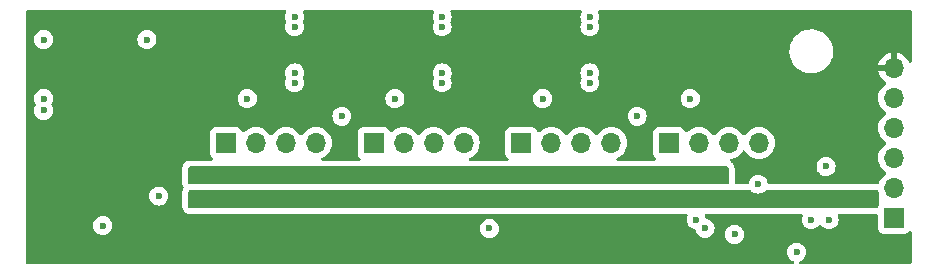
<source format=gbr>
%TF.GenerationSoftware,KiCad,Pcbnew,7.0.11-7.0.11~ubuntu22.04.1*%
%TF.CreationDate,2024-11-05T13:46:25+02:00*%
%TF.ProjectId,USB_Magic_Hub,5553425f-4d61-4676-9963-5f4875622e6b,rev?*%
%TF.SameCoordinates,PXc65d40PYc65d40*%
%TF.FileFunction,Copper,L3,Inr*%
%TF.FilePolarity,Positive*%
%FSLAX46Y46*%
G04 Gerber Fmt 4.6, Leading zero omitted, Abs format (unit mm)*
G04 Created by KiCad (PCBNEW 7.0.11-7.0.11~ubuntu22.04.1) date 2024-11-05 13:46:25*
%MOMM*%
%LPD*%
G01*
G04 APERTURE LIST*
%TA.AperFunction,ComponentPad*%
%ADD10R,1.700000X1.700000*%
%TD*%
%TA.AperFunction,ComponentPad*%
%ADD11O,1.700000X1.700000*%
%TD*%
%TA.AperFunction,ViaPad*%
%ADD12C,0.600000*%
%TD*%
%TA.AperFunction,ViaPad*%
%ADD13C,0.750000*%
%TD*%
G04 APERTURE END LIST*
D10*
%TO.N,/VBUS1*%
%TO.C,J1*%
X54950000Y-11750000D03*
D11*
%TO.N,/D1-*%
X57490000Y-11750000D03*
%TO.N,/D1+*%
X60030000Y-11750000D03*
%TO.N,/GND*%
X62570000Y-11750000D03*
%TD*%
D10*
%TO.N,/VBUS2*%
%TO.C,J2*%
X42450000Y-11750000D03*
D11*
%TO.N,/D2-*%
X44990000Y-11750000D03*
%TO.N,/D2+*%
X47530000Y-11750000D03*
%TO.N,/GND*%
X50070000Y-11750000D03*
%TD*%
D10*
%TO.N,/VBUS3*%
%TO.C,J3*%
X29950000Y-11750000D03*
D11*
%TO.N,/D3-*%
X32490000Y-11750000D03*
%TO.N,/D3+*%
X35030000Y-11750000D03*
%TO.N,/GND*%
X37570000Y-11750000D03*
%TD*%
D10*
%TO.N,/SEL3*%
%TO.C,J4*%
X74000000Y-18100000D03*
D11*
%TO.N,/SEL4*%
X74000000Y-15560000D03*
%TO.N,/~{RESET}*%
X74000000Y-13020000D03*
%TO.N,/GND*%
X74000000Y-10480000D03*
%TO.N,/SEL2*%
X74000000Y-7940000D03*
%TO.N,/VCC_MCU*%
X74000000Y-5400000D03*
%TD*%
D10*
%TO.N,/VBUS4*%
%TO.C,J5*%
X17450000Y-11750000D03*
D11*
%TO.N,/D4-*%
X19990000Y-11750000D03*
%TO.N,/D4+*%
X22530000Y-11750000D03*
%TO.N,/GND*%
X25070000Y-11750000D03*
%TD*%
D12*
%TO.N,/GND*%
X67000000Y-18250000D03*
X2000000Y-9000000D03*
X7000000Y-18750000D03*
X19250000Y-8000000D03*
X68500000Y-18250000D03*
X65750000Y-21000000D03*
X10750000Y-3000000D03*
X56750000Y-8000000D03*
X44250000Y-8000000D03*
X11750000Y-16250000D03*
X31750000Y-8000000D03*
%TO.N,/VCC_MCU*%
X48250000Y-8000000D03*
X70250000Y-21000000D03*
X35750000Y-8000000D03*
X51000000Y-18250000D03*
X23250000Y-8000000D03*
X60750000Y-8000000D03*
X26000000Y-18250000D03*
%TO.N,/SEL2*%
X57250000Y-18250000D03*
X52250000Y-9500000D03*
X68250000Y-13750000D03*
%TO.N,/SEL3*%
X39750000Y-19000000D03*
X58000000Y-19000000D03*
%TO.N,/~{PWR_ENABLE}*%
X71750000Y-16500000D03*
X46250000Y-16500000D03*
X33750000Y-16500000D03*
X15500000Y-16500000D03*
X21250000Y-16500000D03*
X58750000Y-16500000D03*
D13*
%TO.N,Net-(Q1-S)*%
X33750000Y-14750000D03*
X46250000Y-14750000D03*
X21250000Y-14750000D03*
X58750000Y-14750000D03*
X15500000Y-14750000D03*
D12*
%TO.N,Net-(U1-~{XRSTJ})*%
X2000000Y-8000000D03*
X2000000Y-3000000D03*
%TO.N,/SEL4*%
X27250000Y-9500000D03*
X62500000Y-15250000D03*
X60500000Y-19500000D03*
%TO.N,/UFP-*%
X23250000Y-5825000D03*
X35750000Y-5825000D03*
X48250000Y-5825000D03*
X23250000Y-1925000D03*
X48250000Y-1925000D03*
X35750000Y-1925000D03*
%TO.N,/UFP+*%
X48250000Y-6675000D03*
X23250000Y-1075000D03*
X35750000Y-6675000D03*
X48250000Y-1075000D03*
X35750000Y-1075000D03*
X23250000Y-6675000D03*
%TD*%
%TA.AperFunction,Conductor*%
%TO.N,Net-(Q1-S)*%
G36*
X59943039Y-13769685D02*
G01*
X59988794Y-13822489D01*
X60000000Y-13874000D01*
X60000000Y-15126000D01*
X59980315Y-15193039D01*
X59927511Y-15238794D01*
X59876000Y-15250000D01*
X14374000Y-15250000D01*
X14306961Y-15230315D01*
X14261206Y-15177511D01*
X14250000Y-15126000D01*
X14250000Y-13874000D01*
X14269685Y-13806961D01*
X14322489Y-13761206D01*
X14374000Y-13750000D01*
X59876000Y-13750000D01*
X59943039Y-13769685D01*
G37*
%TD.AperFunction*%
%TD*%
%TA.AperFunction,Conductor*%
%TO.N,/VCC_MCU*%
G36*
X22508252Y-520185D02*
G01*
X22554007Y-572989D01*
X22563951Y-642147D01*
X22546206Y-690473D01*
X22524211Y-725475D01*
X22464631Y-895745D01*
X22464630Y-895750D01*
X22444435Y-1074996D01*
X22444435Y-1075003D01*
X22464630Y-1254249D01*
X22464631Y-1254254D01*
X22524212Y-1424525D01*
X22530185Y-1434032D01*
X22549183Y-1501269D01*
X22530185Y-1565968D01*
X22524212Y-1575474D01*
X22464631Y-1745745D01*
X22464630Y-1745750D01*
X22444435Y-1924996D01*
X22444435Y-1925003D01*
X22464630Y-2104249D01*
X22464631Y-2104254D01*
X22524211Y-2274523D01*
X22584319Y-2370184D01*
X22620184Y-2427262D01*
X22747738Y-2554816D01*
X22838080Y-2611582D01*
X22899979Y-2650476D01*
X22900478Y-2650789D01*
X23070745Y-2710368D01*
X23070750Y-2710369D01*
X23249996Y-2730565D01*
X23250000Y-2730565D01*
X23250004Y-2730565D01*
X23429249Y-2710369D01*
X23429252Y-2710368D01*
X23429255Y-2710368D01*
X23599522Y-2650789D01*
X23752262Y-2554816D01*
X23879816Y-2427262D01*
X23975789Y-2274522D01*
X24035368Y-2104255D01*
X24055565Y-1925000D01*
X24035368Y-1745745D01*
X24035367Y-1745743D01*
X24035366Y-1745737D01*
X23975789Y-1575479D01*
X23975789Y-1575478D01*
X23969815Y-1565971D01*
X23950815Y-1498737D01*
X23969816Y-1434027D01*
X23975789Y-1424522D01*
X24035368Y-1254255D01*
X24055565Y-1075000D01*
X24035368Y-895745D01*
X23975789Y-725478D01*
X23975788Y-725475D01*
X23953794Y-690473D01*
X23934793Y-623236D01*
X23955160Y-556401D01*
X24008428Y-511187D01*
X24058787Y-500500D01*
X34941213Y-500500D01*
X35008252Y-520185D01*
X35054007Y-572989D01*
X35063951Y-642147D01*
X35046206Y-690473D01*
X35024211Y-725475D01*
X34964631Y-895745D01*
X34964630Y-895750D01*
X34944435Y-1074996D01*
X34944435Y-1075003D01*
X34964630Y-1254249D01*
X34964631Y-1254254D01*
X35024212Y-1424525D01*
X35030185Y-1434032D01*
X35049183Y-1501269D01*
X35030185Y-1565968D01*
X35024212Y-1575474D01*
X34964631Y-1745745D01*
X34964630Y-1745750D01*
X34944435Y-1924996D01*
X34944435Y-1925003D01*
X34964630Y-2104249D01*
X34964631Y-2104254D01*
X35024211Y-2274523D01*
X35084319Y-2370184D01*
X35120184Y-2427262D01*
X35247738Y-2554816D01*
X35338080Y-2611582D01*
X35399979Y-2650476D01*
X35400478Y-2650789D01*
X35570745Y-2710368D01*
X35570750Y-2710369D01*
X35749996Y-2730565D01*
X35750000Y-2730565D01*
X35750004Y-2730565D01*
X35929249Y-2710369D01*
X35929252Y-2710368D01*
X35929255Y-2710368D01*
X36099522Y-2650789D01*
X36252262Y-2554816D01*
X36379816Y-2427262D01*
X36475789Y-2274522D01*
X36535368Y-2104255D01*
X36555565Y-1925000D01*
X36535368Y-1745745D01*
X36535367Y-1745743D01*
X36535366Y-1745737D01*
X36475789Y-1575479D01*
X36475789Y-1575478D01*
X36469815Y-1565971D01*
X36450815Y-1498737D01*
X36469816Y-1434027D01*
X36475789Y-1424522D01*
X36535368Y-1254255D01*
X36555565Y-1075000D01*
X36535368Y-895745D01*
X36475789Y-725478D01*
X36475788Y-725475D01*
X36453794Y-690473D01*
X36434793Y-623236D01*
X36455160Y-556401D01*
X36508428Y-511187D01*
X36558787Y-500500D01*
X47441213Y-500500D01*
X47508252Y-520185D01*
X47554007Y-572989D01*
X47563951Y-642147D01*
X47546206Y-690473D01*
X47524211Y-725475D01*
X47464631Y-895745D01*
X47464630Y-895750D01*
X47444435Y-1074996D01*
X47444435Y-1075003D01*
X47464630Y-1254249D01*
X47464631Y-1254254D01*
X47524212Y-1424525D01*
X47530185Y-1434032D01*
X47549183Y-1501269D01*
X47530185Y-1565968D01*
X47524212Y-1575474D01*
X47464631Y-1745745D01*
X47464630Y-1745750D01*
X47444435Y-1924996D01*
X47444435Y-1925003D01*
X47464630Y-2104249D01*
X47464631Y-2104254D01*
X47524211Y-2274523D01*
X47584319Y-2370184D01*
X47620184Y-2427262D01*
X47747738Y-2554816D01*
X47838080Y-2611582D01*
X47899979Y-2650476D01*
X47900478Y-2650789D01*
X48070745Y-2710368D01*
X48070750Y-2710369D01*
X48249996Y-2730565D01*
X48250000Y-2730565D01*
X48250004Y-2730565D01*
X48429249Y-2710369D01*
X48429252Y-2710368D01*
X48429255Y-2710368D01*
X48599522Y-2650789D01*
X48752262Y-2554816D01*
X48879816Y-2427262D01*
X48975789Y-2274522D01*
X49035368Y-2104255D01*
X49055565Y-1925000D01*
X49035368Y-1745745D01*
X49035367Y-1745743D01*
X49035366Y-1745737D01*
X48975789Y-1575479D01*
X48975789Y-1575478D01*
X48969815Y-1565971D01*
X48950815Y-1498737D01*
X48969816Y-1434027D01*
X48975789Y-1424522D01*
X49035368Y-1254255D01*
X49055565Y-1075000D01*
X49035368Y-895745D01*
X48975789Y-725478D01*
X48975788Y-725475D01*
X48953794Y-690473D01*
X48934793Y-623236D01*
X48955160Y-556401D01*
X49008428Y-511187D01*
X49058787Y-500500D01*
X75375500Y-500500D01*
X75442539Y-520185D01*
X75488294Y-572989D01*
X75499500Y-624500D01*
X75499500Y-4861988D01*
X75479815Y-4929027D01*
X75427011Y-4974782D01*
X75357853Y-4984726D01*
X75294297Y-4955701D01*
X75263118Y-4914393D01*
X75173600Y-4722422D01*
X75173599Y-4722420D01*
X75038113Y-4528926D01*
X75038108Y-4528920D01*
X74871082Y-4361894D01*
X74677578Y-4226399D01*
X74463492Y-4126570D01*
X74463486Y-4126567D01*
X74250000Y-4069364D01*
X74250000Y-4964498D01*
X74142315Y-4915320D01*
X74035763Y-4900000D01*
X73964237Y-4900000D01*
X73857685Y-4915320D01*
X73750000Y-4964498D01*
X73750000Y-4069364D01*
X73749999Y-4069364D01*
X73536513Y-4126567D01*
X73536507Y-4126570D01*
X73322422Y-4226399D01*
X73322420Y-4226400D01*
X73128926Y-4361886D01*
X73128920Y-4361891D01*
X72961891Y-4528920D01*
X72961886Y-4528926D01*
X72826400Y-4722420D01*
X72826399Y-4722422D01*
X72726570Y-4936507D01*
X72726567Y-4936513D01*
X72669364Y-5149999D01*
X72669364Y-5150000D01*
X73566314Y-5150000D01*
X73540507Y-5190156D01*
X73500000Y-5328111D01*
X73500000Y-5471889D01*
X73540507Y-5609844D01*
X73566314Y-5650000D01*
X72669364Y-5650000D01*
X72726567Y-5863486D01*
X72726570Y-5863492D01*
X72826399Y-6077578D01*
X72961894Y-6271082D01*
X73128917Y-6438105D01*
X73314595Y-6568119D01*
X73358219Y-6622696D01*
X73365412Y-6692195D01*
X73333890Y-6754549D01*
X73314595Y-6771269D01*
X73128594Y-6901508D01*
X72961505Y-7068597D01*
X72825965Y-7262169D01*
X72825964Y-7262171D01*
X72726098Y-7476335D01*
X72726094Y-7476344D01*
X72664938Y-7704586D01*
X72664936Y-7704596D01*
X72644341Y-7939999D01*
X72644341Y-7940000D01*
X72664936Y-8175403D01*
X72664938Y-8175413D01*
X72726094Y-8403655D01*
X72726096Y-8403659D01*
X72726097Y-8403663D01*
X72771020Y-8500000D01*
X72825965Y-8617830D01*
X72825967Y-8617834D01*
X72901558Y-8725788D01*
X72943276Y-8785368D01*
X72961501Y-8811395D01*
X72961506Y-8811402D01*
X73128597Y-8978493D01*
X73128603Y-8978498D01*
X73314158Y-9108425D01*
X73357783Y-9163002D01*
X73364977Y-9232500D01*
X73333454Y-9294855D01*
X73314158Y-9311575D01*
X73128597Y-9441505D01*
X72961505Y-9608597D01*
X72825965Y-9802169D01*
X72825964Y-9802171D01*
X72726098Y-10016335D01*
X72726094Y-10016344D01*
X72664938Y-10244586D01*
X72664936Y-10244596D01*
X72644341Y-10479999D01*
X72644341Y-10480000D01*
X72664936Y-10715403D01*
X72664938Y-10715413D01*
X72726094Y-10943655D01*
X72726096Y-10943659D01*
X72726097Y-10943663D01*
X72791283Y-11083454D01*
X72825965Y-11157830D01*
X72825967Y-11157834D01*
X72961501Y-11351395D01*
X72961506Y-11351402D01*
X73128597Y-11518493D01*
X73128603Y-11518498D01*
X73314158Y-11648425D01*
X73357783Y-11703002D01*
X73364977Y-11772500D01*
X73333454Y-11834855D01*
X73314158Y-11851575D01*
X73128597Y-11981505D01*
X72961505Y-12148597D01*
X72825965Y-12342169D01*
X72825964Y-12342171D01*
X72726098Y-12556335D01*
X72726094Y-12556344D01*
X72664938Y-12784586D01*
X72664936Y-12784596D01*
X72644341Y-13019999D01*
X72644341Y-13020000D01*
X72664936Y-13255403D01*
X72664938Y-13255413D01*
X72726094Y-13483655D01*
X72726096Y-13483659D01*
X72726097Y-13483663D01*
X72786173Y-13612496D01*
X72825965Y-13697830D01*
X72825967Y-13697834D01*
X72961501Y-13891395D01*
X72961506Y-13891402D01*
X73128597Y-14058493D01*
X73128603Y-14058498D01*
X73314158Y-14188425D01*
X73357783Y-14243002D01*
X73364977Y-14312500D01*
X73333454Y-14374855D01*
X73314158Y-14391575D01*
X73128597Y-14521505D01*
X72961505Y-14688597D01*
X72825965Y-14882169D01*
X72825964Y-14882171D01*
X72726098Y-15096335D01*
X72726096Y-15096339D01*
X72710104Y-15156022D01*
X72673738Y-15215682D01*
X72610891Y-15246210D01*
X72572687Y-15246666D01*
X72569418Y-15246196D01*
X72557621Y-15244500D01*
X72557618Y-15244500D01*
X63415759Y-15244500D01*
X63348720Y-15224815D01*
X63302965Y-15172011D01*
X63292539Y-15134384D01*
X63285369Y-15070749D01*
X63285368Y-15070745D01*
X63225789Y-14900478D01*
X63129816Y-14747738D01*
X63002262Y-14620184D01*
X62899422Y-14555565D01*
X62849523Y-14524211D01*
X62679254Y-14464631D01*
X62679249Y-14464630D01*
X62500004Y-14444435D01*
X62499996Y-14444435D01*
X62320750Y-14464630D01*
X62320745Y-14464631D01*
X62150476Y-14524211D01*
X61997737Y-14620184D01*
X61870184Y-14747737D01*
X61774211Y-14900476D01*
X61714631Y-15070745D01*
X61714630Y-15070749D01*
X61707461Y-15134384D01*
X61680394Y-15198798D01*
X61622800Y-15238353D01*
X61584241Y-15244500D01*
X60629500Y-15244500D01*
X60562461Y-15224815D01*
X60516706Y-15172011D01*
X60505500Y-15120500D01*
X60505500Y-13874010D01*
X60505500Y-13874000D01*
X60493947Y-13766544D01*
X60490349Y-13750003D01*
X67444435Y-13750003D01*
X67464630Y-13929249D01*
X67464631Y-13929254D01*
X67524211Y-14099523D01*
X67590578Y-14205145D01*
X67620184Y-14252262D01*
X67747738Y-14379816D01*
X67838080Y-14436582D01*
X67882721Y-14464632D01*
X67900478Y-14475789D01*
X68031127Y-14521505D01*
X68070745Y-14535368D01*
X68070750Y-14535369D01*
X68249996Y-14555565D01*
X68250000Y-14555565D01*
X68250004Y-14555565D01*
X68429249Y-14535369D01*
X68429252Y-14535368D01*
X68429255Y-14535368D01*
X68599522Y-14475789D01*
X68752262Y-14379816D01*
X68879816Y-14252262D01*
X68975789Y-14099522D01*
X69035368Y-13929255D01*
X69041595Y-13873990D01*
X69055565Y-13750003D01*
X69055565Y-13749996D01*
X69035369Y-13570750D01*
X69035368Y-13570745D01*
X69013616Y-13508581D01*
X68975789Y-13400478D01*
X68962403Y-13379175D01*
X68885041Y-13256054D01*
X68879816Y-13247738D01*
X68752262Y-13120184D01*
X68720934Y-13100499D01*
X68599523Y-13024211D01*
X68429254Y-12964631D01*
X68429249Y-12964630D01*
X68250004Y-12944435D01*
X68249996Y-12944435D01*
X68070750Y-12964630D01*
X68070745Y-12964631D01*
X67900476Y-13024211D01*
X67747737Y-13120184D01*
X67620184Y-13247737D01*
X67524211Y-13400476D01*
X67464631Y-13570745D01*
X67464630Y-13570750D01*
X67444435Y-13749996D01*
X67444435Y-13750003D01*
X60490349Y-13750003D01*
X60482741Y-13715033D01*
X60477015Y-13697830D01*
X60448616Y-13612502D01*
X60448613Y-13612496D01*
X60381830Y-13508581D01*
X60370825Y-13491457D01*
X60370820Y-13491451D01*
X60325076Y-13438659D01*
X60325072Y-13438656D01*
X60325070Y-13438653D01*
X60216336Y-13344433D01*
X60216333Y-13344431D01*
X60216330Y-13344429D01*
X60175327Y-13325703D01*
X60122524Y-13279947D01*
X60102841Y-13212907D01*
X60122527Y-13145868D01*
X60175332Y-13100115D01*
X60216031Y-13089383D01*
X60265408Y-13085063D01*
X60493663Y-13023903D01*
X60707830Y-12924035D01*
X60901401Y-12788495D01*
X61068495Y-12621401D01*
X61198425Y-12435842D01*
X61253002Y-12392217D01*
X61322500Y-12385023D01*
X61384855Y-12416546D01*
X61401575Y-12435842D01*
X61531500Y-12621395D01*
X61531505Y-12621401D01*
X61698599Y-12788495D01*
X61795384Y-12856265D01*
X61892165Y-12924032D01*
X61892167Y-12924033D01*
X61892170Y-12924035D01*
X62106337Y-13023903D01*
X62334592Y-13085063D01*
X62511034Y-13100500D01*
X62569999Y-13105659D01*
X62570000Y-13105659D01*
X62570001Y-13105659D01*
X62628966Y-13100500D01*
X62805408Y-13085063D01*
X63033663Y-13023903D01*
X63247830Y-12924035D01*
X63441401Y-12788495D01*
X63608495Y-12621401D01*
X63744035Y-12427830D01*
X63843903Y-12213663D01*
X63905063Y-11985408D01*
X63925659Y-11750000D01*
X63923690Y-11727500D01*
X63916772Y-11648425D01*
X63905063Y-11514592D01*
X63843903Y-11286337D01*
X63744035Y-11072171D01*
X63738425Y-11064158D01*
X63608494Y-10878597D01*
X63441402Y-10711506D01*
X63441395Y-10711501D01*
X63247834Y-10575967D01*
X63247830Y-10575965D01*
X63247828Y-10575964D01*
X63033663Y-10476097D01*
X63033659Y-10476096D01*
X63033655Y-10476094D01*
X62805413Y-10414938D01*
X62805403Y-10414936D01*
X62570001Y-10394341D01*
X62569999Y-10394341D01*
X62334596Y-10414936D01*
X62334586Y-10414938D01*
X62106344Y-10476094D01*
X62106335Y-10476098D01*
X61892171Y-10575964D01*
X61892169Y-10575965D01*
X61698597Y-10711505D01*
X61531505Y-10878597D01*
X61401575Y-11064158D01*
X61346998Y-11107783D01*
X61277500Y-11114977D01*
X61215145Y-11083454D01*
X61198425Y-11064158D01*
X61068494Y-10878597D01*
X60901402Y-10711506D01*
X60901395Y-10711501D01*
X60707834Y-10575967D01*
X60707830Y-10575965D01*
X60707828Y-10575964D01*
X60493663Y-10476097D01*
X60493659Y-10476096D01*
X60493655Y-10476094D01*
X60265413Y-10414938D01*
X60265403Y-10414936D01*
X60030001Y-10394341D01*
X60029999Y-10394341D01*
X59794596Y-10414936D01*
X59794586Y-10414938D01*
X59566344Y-10476094D01*
X59566335Y-10476098D01*
X59352171Y-10575964D01*
X59352169Y-10575965D01*
X59158597Y-10711505D01*
X58991505Y-10878597D01*
X58861575Y-11064158D01*
X58806998Y-11107783D01*
X58737500Y-11114977D01*
X58675145Y-11083454D01*
X58658425Y-11064158D01*
X58528494Y-10878597D01*
X58361402Y-10711506D01*
X58361395Y-10711501D01*
X58167834Y-10575967D01*
X58167830Y-10575965D01*
X58167828Y-10575964D01*
X57953663Y-10476097D01*
X57953659Y-10476096D01*
X57953655Y-10476094D01*
X57725413Y-10414938D01*
X57725403Y-10414936D01*
X57490001Y-10394341D01*
X57489999Y-10394341D01*
X57254596Y-10414936D01*
X57254586Y-10414938D01*
X57026344Y-10476094D01*
X57026335Y-10476098D01*
X56812171Y-10575964D01*
X56812169Y-10575965D01*
X56618600Y-10711503D01*
X56496673Y-10833430D01*
X56435350Y-10866914D01*
X56365658Y-10861930D01*
X56309725Y-10820058D01*
X56292810Y-10789081D01*
X56243797Y-10657671D01*
X56243793Y-10657664D01*
X56157547Y-10542455D01*
X56157544Y-10542452D01*
X56042335Y-10456206D01*
X56042328Y-10456202D01*
X55907482Y-10405908D01*
X55907483Y-10405908D01*
X55847883Y-10399501D01*
X55847881Y-10399500D01*
X55847873Y-10399500D01*
X55847864Y-10399500D01*
X54052129Y-10399500D01*
X54052123Y-10399501D01*
X53992516Y-10405908D01*
X53857671Y-10456202D01*
X53857664Y-10456206D01*
X53742455Y-10542452D01*
X53742452Y-10542455D01*
X53656206Y-10657664D01*
X53656202Y-10657671D01*
X53605908Y-10792517D01*
X53599501Y-10852116D01*
X53599500Y-10852135D01*
X53599500Y-12647870D01*
X53599501Y-12647876D01*
X53605908Y-12707483D01*
X53656202Y-12842328D01*
X53656206Y-12842335D01*
X53742452Y-12957544D01*
X53742455Y-12957547D01*
X53827529Y-13021234D01*
X53869400Y-13077168D01*
X53874384Y-13146859D01*
X53840898Y-13208182D01*
X53779575Y-13241666D01*
X53753218Y-13244500D01*
X50619919Y-13244500D01*
X50552880Y-13224815D01*
X50507125Y-13172011D01*
X50497181Y-13102853D01*
X50526206Y-13039297D01*
X50567514Y-13008118D01*
X50572087Y-13005985D01*
X50747830Y-12924035D01*
X50941401Y-12788495D01*
X51108495Y-12621401D01*
X51244035Y-12427830D01*
X51343903Y-12213663D01*
X51405063Y-11985408D01*
X51425659Y-11750000D01*
X51423690Y-11727500D01*
X51416772Y-11648425D01*
X51405063Y-11514592D01*
X51343903Y-11286337D01*
X51244035Y-11072171D01*
X51238425Y-11064158D01*
X51108494Y-10878597D01*
X50941402Y-10711506D01*
X50941395Y-10711501D01*
X50747834Y-10575967D01*
X50747830Y-10575965D01*
X50747828Y-10575964D01*
X50533663Y-10476097D01*
X50533659Y-10476096D01*
X50533655Y-10476094D01*
X50305413Y-10414938D01*
X50305403Y-10414936D01*
X50070001Y-10394341D01*
X50069999Y-10394341D01*
X49834596Y-10414936D01*
X49834586Y-10414938D01*
X49606344Y-10476094D01*
X49606335Y-10476098D01*
X49392171Y-10575964D01*
X49392169Y-10575965D01*
X49198597Y-10711505D01*
X49031505Y-10878597D01*
X48901575Y-11064158D01*
X48846998Y-11107783D01*
X48777500Y-11114977D01*
X48715145Y-11083454D01*
X48698425Y-11064158D01*
X48568494Y-10878597D01*
X48401402Y-10711506D01*
X48401395Y-10711501D01*
X48207834Y-10575967D01*
X48207830Y-10575965D01*
X48207828Y-10575964D01*
X47993663Y-10476097D01*
X47993659Y-10476096D01*
X47993655Y-10476094D01*
X47765413Y-10414938D01*
X47765403Y-10414936D01*
X47530001Y-10394341D01*
X47529999Y-10394341D01*
X47294596Y-10414936D01*
X47294586Y-10414938D01*
X47066344Y-10476094D01*
X47066335Y-10476098D01*
X46852171Y-10575964D01*
X46852169Y-10575965D01*
X46658597Y-10711505D01*
X46491505Y-10878597D01*
X46361575Y-11064158D01*
X46306998Y-11107783D01*
X46237500Y-11114977D01*
X46175145Y-11083454D01*
X46158425Y-11064158D01*
X46028494Y-10878597D01*
X45861402Y-10711506D01*
X45861395Y-10711501D01*
X45667834Y-10575967D01*
X45667830Y-10575965D01*
X45667828Y-10575964D01*
X45453663Y-10476097D01*
X45453659Y-10476096D01*
X45453655Y-10476094D01*
X45225413Y-10414938D01*
X45225403Y-10414936D01*
X44990001Y-10394341D01*
X44989999Y-10394341D01*
X44754596Y-10414936D01*
X44754586Y-10414938D01*
X44526344Y-10476094D01*
X44526335Y-10476098D01*
X44312171Y-10575964D01*
X44312169Y-10575965D01*
X44118600Y-10711503D01*
X43996673Y-10833430D01*
X43935350Y-10866914D01*
X43865658Y-10861930D01*
X43809725Y-10820058D01*
X43792810Y-10789081D01*
X43743797Y-10657671D01*
X43743793Y-10657664D01*
X43657547Y-10542455D01*
X43657544Y-10542452D01*
X43542335Y-10456206D01*
X43542328Y-10456202D01*
X43407482Y-10405908D01*
X43407483Y-10405908D01*
X43347883Y-10399501D01*
X43347881Y-10399500D01*
X43347873Y-10399500D01*
X43347864Y-10399500D01*
X41552129Y-10399500D01*
X41552123Y-10399501D01*
X41492516Y-10405908D01*
X41357671Y-10456202D01*
X41357664Y-10456206D01*
X41242455Y-10542452D01*
X41242452Y-10542455D01*
X41156206Y-10657664D01*
X41156202Y-10657671D01*
X41105908Y-10792517D01*
X41099501Y-10852116D01*
X41099500Y-10852135D01*
X41099500Y-12647870D01*
X41099501Y-12647876D01*
X41105908Y-12707483D01*
X41156202Y-12842328D01*
X41156206Y-12842335D01*
X41242452Y-12957544D01*
X41242455Y-12957547D01*
X41327529Y-13021234D01*
X41369400Y-13077168D01*
X41374384Y-13146859D01*
X41340898Y-13208182D01*
X41279575Y-13241666D01*
X41253218Y-13244500D01*
X38119919Y-13244500D01*
X38052880Y-13224815D01*
X38007125Y-13172011D01*
X37997181Y-13102853D01*
X38026206Y-13039297D01*
X38067514Y-13008118D01*
X38072087Y-13005985D01*
X38247830Y-12924035D01*
X38441401Y-12788495D01*
X38608495Y-12621401D01*
X38744035Y-12427830D01*
X38843903Y-12213663D01*
X38905063Y-11985408D01*
X38925659Y-11750000D01*
X38923690Y-11727500D01*
X38916772Y-11648425D01*
X38905063Y-11514592D01*
X38843903Y-11286337D01*
X38744035Y-11072171D01*
X38738425Y-11064158D01*
X38608494Y-10878597D01*
X38441402Y-10711506D01*
X38441395Y-10711501D01*
X38247834Y-10575967D01*
X38247830Y-10575965D01*
X38247828Y-10575964D01*
X38033663Y-10476097D01*
X38033659Y-10476096D01*
X38033655Y-10476094D01*
X37805413Y-10414938D01*
X37805403Y-10414936D01*
X37570001Y-10394341D01*
X37569999Y-10394341D01*
X37334596Y-10414936D01*
X37334586Y-10414938D01*
X37106344Y-10476094D01*
X37106335Y-10476098D01*
X36892171Y-10575964D01*
X36892169Y-10575965D01*
X36698597Y-10711505D01*
X36531505Y-10878597D01*
X36401575Y-11064158D01*
X36346998Y-11107783D01*
X36277500Y-11114977D01*
X36215145Y-11083454D01*
X36198425Y-11064158D01*
X36068494Y-10878597D01*
X35901402Y-10711506D01*
X35901395Y-10711501D01*
X35707834Y-10575967D01*
X35707830Y-10575965D01*
X35707828Y-10575964D01*
X35493663Y-10476097D01*
X35493659Y-10476096D01*
X35493655Y-10476094D01*
X35265413Y-10414938D01*
X35265403Y-10414936D01*
X35030001Y-10394341D01*
X35029999Y-10394341D01*
X34794596Y-10414936D01*
X34794586Y-10414938D01*
X34566344Y-10476094D01*
X34566335Y-10476098D01*
X34352171Y-10575964D01*
X34352169Y-10575965D01*
X34158597Y-10711505D01*
X33991505Y-10878597D01*
X33861575Y-11064158D01*
X33806998Y-11107783D01*
X33737500Y-11114977D01*
X33675145Y-11083454D01*
X33658425Y-11064158D01*
X33528494Y-10878597D01*
X33361402Y-10711506D01*
X33361395Y-10711501D01*
X33167834Y-10575967D01*
X33167830Y-10575965D01*
X33167828Y-10575964D01*
X32953663Y-10476097D01*
X32953659Y-10476096D01*
X32953655Y-10476094D01*
X32725413Y-10414938D01*
X32725403Y-10414936D01*
X32490001Y-10394341D01*
X32489999Y-10394341D01*
X32254596Y-10414936D01*
X32254586Y-10414938D01*
X32026344Y-10476094D01*
X32026335Y-10476098D01*
X31812171Y-10575964D01*
X31812169Y-10575965D01*
X31618600Y-10711503D01*
X31496673Y-10833430D01*
X31435350Y-10866914D01*
X31365658Y-10861930D01*
X31309725Y-10820058D01*
X31292810Y-10789081D01*
X31243797Y-10657671D01*
X31243793Y-10657664D01*
X31157547Y-10542455D01*
X31157544Y-10542452D01*
X31042335Y-10456206D01*
X31042328Y-10456202D01*
X30907482Y-10405908D01*
X30907483Y-10405908D01*
X30847883Y-10399501D01*
X30847881Y-10399500D01*
X30847873Y-10399500D01*
X30847864Y-10399500D01*
X29052129Y-10399500D01*
X29052123Y-10399501D01*
X28992516Y-10405908D01*
X28857671Y-10456202D01*
X28857664Y-10456206D01*
X28742455Y-10542452D01*
X28742452Y-10542455D01*
X28656206Y-10657664D01*
X28656202Y-10657671D01*
X28605908Y-10792517D01*
X28599501Y-10852116D01*
X28599500Y-10852135D01*
X28599500Y-12647870D01*
X28599501Y-12647876D01*
X28605908Y-12707483D01*
X28656202Y-12842328D01*
X28656206Y-12842335D01*
X28742452Y-12957544D01*
X28742455Y-12957547D01*
X28827529Y-13021234D01*
X28869400Y-13077168D01*
X28874384Y-13146859D01*
X28840898Y-13208182D01*
X28779575Y-13241666D01*
X28753218Y-13244500D01*
X25619919Y-13244500D01*
X25552880Y-13224815D01*
X25507125Y-13172011D01*
X25497181Y-13102853D01*
X25526206Y-13039297D01*
X25567514Y-13008118D01*
X25572087Y-13005985D01*
X25747830Y-12924035D01*
X25941401Y-12788495D01*
X26108495Y-12621401D01*
X26244035Y-12427830D01*
X26343903Y-12213663D01*
X26405063Y-11985408D01*
X26425659Y-11750000D01*
X26423690Y-11727500D01*
X26416772Y-11648425D01*
X26405063Y-11514592D01*
X26343903Y-11286337D01*
X26244035Y-11072171D01*
X26238425Y-11064158D01*
X26108494Y-10878597D01*
X25941402Y-10711506D01*
X25941395Y-10711501D01*
X25747834Y-10575967D01*
X25747830Y-10575965D01*
X25747828Y-10575964D01*
X25533663Y-10476097D01*
X25533659Y-10476096D01*
X25533655Y-10476094D01*
X25305413Y-10414938D01*
X25305403Y-10414936D01*
X25070001Y-10394341D01*
X25069999Y-10394341D01*
X24834596Y-10414936D01*
X24834586Y-10414938D01*
X24606344Y-10476094D01*
X24606335Y-10476098D01*
X24392171Y-10575964D01*
X24392169Y-10575965D01*
X24198597Y-10711505D01*
X24031505Y-10878597D01*
X23901575Y-11064158D01*
X23846998Y-11107783D01*
X23777500Y-11114977D01*
X23715145Y-11083454D01*
X23698425Y-11064158D01*
X23568494Y-10878597D01*
X23401402Y-10711506D01*
X23401395Y-10711501D01*
X23207834Y-10575967D01*
X23207830Y-10575965D01*
X23207828Y-10575964D01*
X22993663Y-10476097D01*
X22993659Y-10476096D01*
X22993655Y-10476094D01*
X22765413Y-10414938D01*
X22765403Y-10414936D01*
X22530001Y-10394341D01*
X22529999Y-10394341D01*
X22294596Y-10414936D01*
X22294586Y-10414938D01*
X22066344Y-10476094D01*
X22066335Y-10476098D01*
X21852171Y-10575964D01*
X21852169Y-10575965D01*
X21658597Y-10711505D01*
X21491505Y-10878597D01*
X21361575Y-11064158D01*
X21306998Y-11107783D01*
X21237500Y-11114977D01*
X21175145Y-11083454D01*
X21158425Y-11064158D01*
X21028494Y-10878597D01*
X20861402Y-10711506D01*
X20861395Y-10711501D01*
X20667834Y-10575967D01*
X20667830Y-10575965D01*
X20667828Y-10575964D01*
X20453663Y-10476097D01*
X20453659Y-10476096D01*
X20453655Y-10476094D01*
X20225413Y-10414938D01*
X20225403Y-10414936D01*
X19990001Y-10394341D01*
X19989999Y-10394341D01*
X19754596Y-10414936D01*
X19754586Y-10414938D01*
X19526344Y-10476094D01*
X19526335Y-10476098D01*
X19312171Y-10575964D01*
X19312169Y-10575965D01*
X19118600Y-10711503D01*
X18996673Y-10833430D01*
X18935350Y-10866914D01*
X18865658Y-10861930D01*
X18809725Y-10820058D01*
X18792810Y-10789081D01*
X18743797Y-10657671D01*
X18743793Y-10657664D01*
X18657547Y-10542455D01*
X18657544Y-10542452D01*
X18542335Y-10456206D01*
X18542328Y-10456202D01*
X18407482Y-10405908D01*
X18407483Y-10405908D01*
X18347883Y-10399501D01*
X18347881Y-10399500D01*
X18347873Y-10399500D01*
X18347864Y-10399500D01*
X16552129Y-10399500D01*
X16552123Y-10399501D01*
X16492516Y-10405908D01*
X16357671Y-10456202D01*
X16357664Y-10456206D01*
X16242455Y-10542452D01*
X16242452Y-10542455D01*
X16156206Y-10657664D01*
X16156202Y-10657671D01*
X16105908Y-10792517D01*
X16099501Y-10852116D01*
X16099500Y-10852135D01*
X16099500Y-12647870D01*
X16099501Y-12647876D01*
X16105908Y-12707483D01*
X16156202Y-12842328D01*
X16156206Y-12842335D01*
X16242452Y-12957544D01*
X16242455Y-12957547D01*
X16327529Y-13021234D01*
X16369400Y-13077168D01*
X16374384Y-13146859D01*
X16340898Y-13208182D01*
X16279575Y-13241666D01*
X16253218Y-13244500D01*
X14374000Y-13244500D01*
X14373991Y-13244500D01*
X14373990Y-13244501D01*
X14266549Y-13256052D01*
X14266537Y-13256054D01*
X14215027Y-13267260D01*
X14112502Y-13301383D01*
X14112496Y-13301386D01*
X13991462Y-13379171D01*
X13991451Y-13379179D01*
X13938659Y-13424923D01*
X13844433Y-13533664D01*
X13844430Y-13533668D01*
X13784664Y-13664534D01*
X13764976Y-13731582D01*
X13759949Y-13766549D01*
X13744500Y-13874000D01*
X13744500Y-15126000D01*
X13744501Y-15126009D01*
X13756052Y-15233450D01*
X13756054Y-15233462D01*
X13767260Y-15284972D01*
X13801383Y-15387497D01*
X13801386Y-15387503D01*
X13828964Y-15430414D01*
X13848649Y-15497453D01*
X13837443Y-15548966D01*
X13784664Y-15664534D01*
X13764976Y-15731582D01*
X13762653Y-15747738D01*
X13744500Y-15874000D01*
X13744500Y-17126000D01*
X13744501Y-17126009D01*
X13756052Y-17233450D01*
X13756054Y-17233462D01*
X13767260Y-17284972D01*
X13801383Y-17387497D01*
X13801386Y-17387503D01*
X13879171Y-17508537D01*
X13879179Y-17508548D01*
X13924923Y-17561340D01*
X13924926Y-17561343D01*
X13924930Y-17561347D01*
X14033664Y-17655567D01*
X14164541Y-17715338D01*
X14231580Y-17735023D01*
X14231584Y-17735024D01*
X14374000Y-17755500D01*
X56400179Y-17755500D01*
X56467218Y-17775185D01*
X56512973Y-17827989D01*
X56522917Y-17897147D01*
X56517220Y-17920455D01*
X56464633Y-18070737D01*
X56464630Y-18070750D01*
X56444435Y-18249996D01*
X56444435Y-18250003D01*
X56464630Y-18429249D01*
X56464631Y-18429254D01*
X56524211Y-18599523D01*
X56596538Y-18714630D01*
X56620184Y-18752262D01*
X56747738Y-18879816D01*
X56900478Y-18975789D01*
X57070745Y-19035368D01*
X57101795Y-19038866D01*
X57166207Y-19065930D01*
X57205763Y-19123524D01*
X57211132Y-19148201D01*
X57214630Y-19179249D01*
X57214631Y-19179254D01*
X57214632Y-19179255D01*
X57219209Y-19192335D01*
X57274210Y-19349521D01*
X57293245Y-19379815D01*
X57370184Y-19502262D01*
X57497738Y-19629816D01*
X57650478Y-19725789D01*
X57820745Y-19785368D01*
X57820750Y-19785369D01*
X57999996Y-19805565D01*
X58000000Y-19805565D01*
X58000004Y-19805565D01*
X58179249Y-19785369D01*
X58179252Y-19785368D01*
X58179255Y-19785368D01*
X58349522Y-19725789D01*
X58502262Y-19629816D01*
X58629816Y-19502262D01*
X58631235Y-19500003D01*
X59694435Y-19500003D01*
X59714630Y-19679249D01*
X59714631Y-19679254D01*
X59774211Y-19849523D01*
X59870184Y-20002262D01*
X59997738Y-20129816D01*
X60088080Y-20186582D01*
X60132721Y-20214632D01*
X60150478Y-20225789D01*
X60288860Y-20274211D01*
X60320745Y-20285368D01*
X60320750Y-20285369D01*
X60499996Y-20305565D01*
X60500000Y-20305565D01*
X60500004Y-20305565D01*
X60679249Y-20285369D01*
X60679252Y-20285368D01*
X60679255Y-20285368D01*
X60849522Y-20225789D01*
X61002262Y-20129816D01*
X61129816Y-20002262D01*
X61225789Y-19849522D01*
X61285368Y-19679255D01*
X61285369Y-19679249D01*
X61305565Y-19500003D01*
X61305565Y-19499996D01*
X61285369Y-19320750D01*
X61285368Y-19320745D01*
X61280749Y-19307544D01*
X61225789Y-19150478D01*
X61224358Y-19148201D01*
X61153461Y-19035369D01*
X61129816Y-18997738D01*
X61002262Y-18870184D01*
X60849523Y-18774211D01*
X60679254Y-18714631D01*
X60679249Y-18714630D01*
X60500004Y-18694435D01*
X60499996Y-18694435D01*
X60320750Y-18714630D01*
X60320745Y-18714631D01*
X60150476Y-18774211D01*
X59997737Y-18870184D01*
X59870184Y-18997737D01*
X59774211Y-19150476D01*
X59714631Y-19320745D01*
X59714630Y-19320750D01*
X59694435Y-19499996D01*
X59694435Y-19500003D01*
X58631235Y-19500003D01*
X58725789Y-19349522D01*
X58785368Y-19179255D01*
X58786531Y-19168936D01*
X58805565Y-19000003D01*
X58805565Y-18999996D01*
X58785369Y-18820750D01*
X58785368Y-18820745D01*
X58760612Y-18749996D01*
X58725789Y-18650478D01*
X58629816Y-18497738D01*
X58502262Y-18370184D01*
X58349521Y-18274210D01*
X58179249Y-18214630D01*
X58148201Y-18211132D01*
X58083787Y-18184065D01*
X58044233Y-18126469D01*
X58038867Y-18101802D01*
X58035368Y-18070745D01*
X58035367Y-18070742D01*
X58035366Y-18070737D01*
X57982780Y-17920455D01*
X57979218Y-17850676D01*
X58013946Y-17790049D01*
X58075940Y-17757821D01*
X58099821Y-17755500D01*
X66150179Y-17755500D01*
X66217218Y-17775185D01*
X66262973Y-17827989D01*
X66272917Y-17897147D01*
X66267220Y-17920455D01*
X66214633Y-18070737D01*
X66214630Y-18070750D01*
X66194435Y-18249996D01*
X66194435Y-18250003D01*
X66214630Y-18429249D01*
X66214631Y-18429254D01*
X66274211Y-18599523D01*
X66346538Y-18714630D01*
X66370184Y-18752262D01*
X66497738Y-18879816D01*
X66650478Y-18975789D01*
X66719678Y-19000003D01*
X66820745Y-19035368D01*
X66820750Y-19035369D01*
X66999996Y-19055565D01*
X67000000Y-19055565D01*
X67000004Y-19055565D01*
X67179249Y-19035369D01*
X67179252Y-19035368D01*
X67179255Y-19035368D01*
X67349522Y-18975789D01*
X67502262Y-18879816D01*
X67629816Y-18752262D01*
X67645007Y-18728084D01*
X67697339Y-18681796D01*
X67766393Y-18671146D01*
X67830242Y-18699521D01*
X67854990Y-18728082D01*
X67870184Y-18752262D01*
X67997738Y-18879816D01*
X68150478Y-18975789D01*
X68219678Y-19000003D01*
X68320745Y-19035368D01*
X68320750Y-19035369D01*
X68499996Y-19055565D01*
X68500000Y-19055565D01*
X68500004Y-19055565D01*
X68679249Y-19035369D01*
X68679252Y-19035368D01*
X68679255Y-19035368D01*
X68849522Y-18975789D01*
X69002262Y-18879816D01*
X69129816Y-18752262D01*
X69225789Y-18599522D01*
X69285368Y-18429255D01*
X69285369Y-18429249D01*
X69305565Y-18250003D01*
X69305565Y-18249996D01*
X69285369Y-18070750D01*
X69285366Y-18070737D01*
X69232780Y-17920455D01*
X69229218Y-17850676D01*
X69263946Y-17790049D01*
X69325940Y-17757821D01*
X69349821Y-17755500D01*
X72525500Y-17755500D01*
X72592539Y-17775185D01*
X72638294Y-17827989D01*
X72649500Y-17879500D01*
X72649500Y-18997870D01*
X72649501Y-18997876D01*
X72655908Y-19057483D01*
X72706202Y-19192328D01*
X72706206Y-19192335D01*
X72792452Y-19307544D01*
X72792455Y-19307547D01*
X72907664Y-19393793D01*
X72907671Y-19393797D01*
X73042517Y-19444091D01*
X73042516Y-19444091D01*
X73049444Y-19444835D01*
X73102127Y-19450500D01*
X74897872Y-19450499D01*
X74957483Y-19444091D01*
X75092331Y-19393796D01*
X75207546Y-19307546D01*
X75276234Y-19215789D01*
X75332167Y-19173920D01*
X75401859Y-19168936D01*
X75463182Y-19202421D01*
X75496666Y-19263745D01*
X75499500Y-19290102D01*
X75499500Y-21875500D01*
X75479815Y-21942539D01*
X75427011Y-21988294D01*
X75375500Y-21999500D01*
X66047114Y-21999500D01*
X65980075Y-21979815D01*
X65934320Y-21927011D01*
X65924376Y-21857853D01*
X65953401Y-21794297D01*
X66006160Y-21758458D01*
X66042531Y-21745730D01*
X66099522Y-21725789D01*
X66252262Y-21629816D01*
X66379816Y-21502262D01*
X66475789Y-21349522D01*
X66535368Y-21179255D01*
X66555565Y-21000000D01*
X66535368Y-20820745D01*
X66475789Y-20650478D01*
X66379816Y-20497738D01*
X66252262Y-20370184D01*
X66149422Y-20305565D01*
X66099523Y-20274211D01*
X65929254Y-20214631D01*
X65929249Y-20214630D01*
X65750004Y-20194435D01*
X65749996Y-20194435D01*
X65570750Y-20214630D01*
X65570745Y-20214631D01*
X65400476Y-20274211D01*
X65247737Y-20370184D01*
X65120184Y-20497737D01*
X65024211Y-20650476D01*
X64964631Y-20820745D01*
X64964630Y-20820750D01*
X64944435Y-20999996D01*
X64944435Y-21000003D01*
X64964630Y-21179249D01*
X64964631Y-21179254D01*
X65024211Y-21349523D01*
X65120184Y-21502262D01*
X65247738Y-21629816D01*
X65400478Y-21725789D01*
X65493840Y-21758458D01*
X65550617Y-21799180D01*
X65576364Y-21864133D01*
X65562908Y-21932694D01*
X65514521Y-21983097D01*
X65452886Y-21999500D01*
X624500Y-21999500D01*
X557461Y-21979815D01*
X511706Y-21927011D01*
X500500Y-21875500D01*
X500500Y-18750003D01*
X6194435Y-18750003D01*
X6214630Y-18929249D01*
X6214631Y-18929254D01*
X6274211Y-19099523D01*
X6332525Y-19192328D01*
X6370184Y-19252262D01*
X6497738Y-19379816D01*
X6519987Y-19393796D01*
X6610227Y-19450498D01*
X6650478Y-19475789D01*
X6820745Y-19535368D01*
X6820750Y-19535369D01*
X6999996Y-19555565D01*
X7000000Y-19555565D01*
X7000004Y-19555565D01*
X7179249Y-19535369D01*
X7179252Y-19535368D01*
X7179255Y-19535368D01*
X7349522Y-19475789D01*
X7502262Y-19379816D01*
X7629816Y-19252262D01*
X7725789Y-19099522D01*
X7760612Y-19000003D01*
X38944435Y-19000003D01*
X38964630Y-19179249D01*
X38964631Y-19179254D01*
X39024211Y-19349523D01*
X39087658Y-19450498D01*
X39120184Y-19502262D01*
X39247738Y-19629816D01*
X39400478Y-19725789D01*
X39570745Y-19785368D01*
X39570750Y-19785369D01*
X39749996Y-19805565D01*
X39750000Y-19805565D01*
X39750004Y-19805565D01*
X39929249Y-19785369D01*
X39929252Y-19785368D01*
X39929255Y-19785368D01*
X40099522Y-19725789D01*
X40252262Y-19629816D01*
X40379816Y-19502262D01*
X40475789Y-19349522D01*
X40535368Y-19179255D01*
X40536531Y-19168936D01*
X40555565Y-19000003D01*
X40555565Y-18999996D01*
X40535369Y-18820750D01*
X40535368Y-18820745D01*
X40510612Y-18749996D01*
X40475789Y-18650478D01*
X40379816Y-18497738D01*
X40252262Y-18370184D01*
X40099523Y-18274211D01*
X39929254Y-18214631D01*
X39929249Y-18214630D01*
X39750004Y-18194435D01*
X39749996Y-18194435D01*
X39570750Y-18214630D01*
X39570745Y-18214631D01*
X39400476Y-18274211D01*
X39247737Y-18370184D01*
X39120184Y-18497737D01*
X39024211Y-18650476D01*
X38964631Y-18820745D01*
X38964630Y-18820750D01*
X38944435Y-18999996D01*
X38944435Y-19000003D01*
X7760612Y-19000003D01*
X7785368Y-18929255D01*
X7785369Y-18929249D01*
X7805565Y-18750003D01*
X7805565Y-18749996D01*
X7785369Y-18570750D01*
X7785368Y-18570745D01*
X7759821Y-18497737D01*
X7725789Y-18400478D01*
X7629816Y-18247738D01*
X7502262Y-18120184D01*
X7349523Y-18024211D01*
X7179254Y-17964631D01*
X7179249Y-17964630D01*
X7000004Y-17944435D01*
X6999996Y-17944435D01*
X6820750Y-17964630D01*
X6820745Y-17964631D01*
X6650476Y-18024211D01*
X6497737Y-18120184D01*
X6370184Y-18247737D01*
X6274211Y-18400476D01*
X6214631Y-18570745D01*
X6214630Y-18570750D01*
X6194435Y-18749996D01*
X6194435Y-18750003D01*
X500500Y-18750003D01*
X500500Y-16250003D01*
X10944435Y-16250003D01*
X10964630Y-16429249D01*
X10964631Y-16429254D01*
X11024211Y-16599523D01*
X11108731Y-16734035D01*
X11120184Y-16752262D01*
X11247738Y-16879816D01*
X11400478Y-16975789D01*
X11479986Y-17003610D01*
X11570745Y-17035368D01*
X11570750Y-17035369D01*
X11749996Y-17055565D01*
X11750000Y-17055565D01*
X11750004Y-17055565D01*
X11929249Y-17035369D01*
X11929252Y-17035368D01*
X11929255Y-17035368D01*
X12099522Y-16975789D01*
X12252262Y-16879816D01*
X12379816Y-16752262D01*
X12475789Y-16599522D01*
X12535368Y-16429255D01*
X12555565Y-16250000D01*
X12554194Y-16237834D01*
X12535369Y-16070750D01*
X12535368Y-16070745D01*
X12475788Y-15900476D01*
X12379815Y-15747737D01*
X12252262Y-15620184D01*
X12099523Y-15524211D01*
X11929254Y-15464631D01*
X11929249Y-15464630D01*
X11750004Y-15444435D01*
X11749996Y-15444435D01*
X11570750Y-15464630D01*
X11570745Y-15464631D01*
X11400476Y-15524211D01*
X11247737Y-15620184D01*
X11120184Y-15747737D01*
X11024211Y-15900476D01*
X10964631Y-16070745D01*
X10964630Y-16070750D01*
X10944435Y-16249996D01*
X10944435Y-16250003D01*
X500500Y-16250003D01*
X500500Y-9000003D01*
X1194435Y-9000003D01*
X1214630Y-9179249D01*
X1214631Y-9179254D01*
X1274211Y-9349523D01*
X1332005Y-9441501D01*
X1370184Y-9502262D01*
X1497738Y-9629816D01*
X1650478Y-9725789D01*
X1820745Y-9785368D01*
X1820750Y-9785369D01*
X1999996Y-9805565D01*
X2000000Y-9805565D01*
X2000004Y-9805565D01*
X2179249Y-9785369D01*
X2179252Y-9785368D01*
X2179255Y-9785368D01*
X2349522Y-9725789D01*
X2502262Y-9629816D01*
X2629816Y-9502262D01*
X2631235Y-9500003D01*
X26444435Y-9500003D01*
X26464630Y-9679249D01*
X26464631Y-9679254D01*
X26524211Y-9849523D01*
X26614495Y-9993208D01*
X26620184Y-10002262D01*
X26747738Y-10129816D01*
X26900478Y-10225789D01*
X27070745Y-10285368D01*
X27070750Y-10285369D01*
X27249996Y-10305565D01*
X27250000Y-10305565D01*
X27250004Y-10305565D01*
X27429249Y-10285369D01*
X27429252Y-10285368D01*
X27429255Y-10285368D01*
X27599522Y-10225789D01*
X27752262Y-10129816D01*
X27879816Y-10002262D01*
X27975789Y-9849522D01*
X28035368Y-9679255D01*
X28035369Y-9679249D01*
X28055565Y-9500003D01*
X51444435Y-9500003D01*
X51464630Y-9679249D01*
X51464631Y-9679254D01*
X51524211Y-9849523D01*
X51614495Y-9993208D01*
X51620184Y-10002262D01*
X51747738Y-10129816D01*
X51900478Y-10225789D01*
X52070745Y-10285368D01*
X52070750Y-10285369D01*
X52249996Y-10305565D01*
X52250000Y-10305565D01*
X52250004Y-10305565D01*
X52429249Y-10285369D01*
X52429252Y-10285368D01*
X52429255Y-10285368D01*
X52599522Y-10225789D01*
X52752262Y-10129816D01*
X52879816Y-10002262D01*
X52975789Y-9849522D01*
X53035368Y-9679255D01*
X53035369Y-9679249D01*
X53055565Y-9500003D01*
X53055565Y-9499996D01*
X53035369Y-9320750D01*
X53035368Y-9320745D01*
X53004490Y-9232500D01*
X52975789Y-9150478D01*
X52879816Y-8997738D01*
X52752262Y-8870184D01*
X52599523Y-8774211D01*
X52429254Y-8714631D01*
X52429249Y-8714630D01*
X52250004Y-8694435D01*
X52249996Y-8694435D01*
X52070750Y-8714630D01*
X52070745Y-8714631D01*
X51900476Y-8774211D01*
X51747737Y-8870184D01*
X51620184Y-8997737D01*
X51524211Y-9150476D01*
X51464631Y-9320745D01*
X51464630Y-9320750D01*
X51444435Y-9499996D01*
X51444435Y-9500003D01*
X28055565Y-9500003D01*
X28055565Y-9499996D01*
X28035369Y-9320750D01*
X28035368Y-9320745D01*
X28004490Y-9232500D01*
X27975789Y-9150478D01*
X27879816Y-8997738D01*
X27752262Y-8870184D01*
X27599523Y-8774211D01*
X27429254Y-8714631D01*
X27429249Y-8714630D01*
X27250004Y-8694435D01*
X27249996Y-8694435D01*
X27070750Y-8714630D01*
X27070745Y-8714631D01*
X26900476Y-8774211D01*
X26747737Y-8870184D01*
X26620184Y-8997737D01*
X26524211Y-9150476D01*
X26464631Y-9320745D01*
X26464630Y-9320750D01*
X26444435Y-9499996D01*
X26444435Y-9500003D01*
X2631235Y-9500003D01*
X2725789Y-9349522D01*
X2785368Y-9179255D01*
X2785369Y-9179249D01*
X2805565Y-9000003D01*
X2805565Y-8999996D01*
X2785369Y-8820750D01*
X2785368Y-8820745D01*
X2725788Y-8650475D01*
X2672691Y-8565973D01*
X2653690Y-8498736D01*
X2672691Y-8434027D01*
X2725788Y-8349524D01*
X2725789Y-8349522D01*
X2785368Y-8179255D01*
X2785801Y-8175413D01*
X2805565Y-8000003D01*
X18444435Y-8000003D01*
X18464630Y-8179249D01*
X18464631Y-8179254D01*
X18524211Y-8349523D01*
X18572762Y-8426791D01*
X18620184Y-8502262D01*
X18747738Y-8629816D01*
X18780623Y-8650479D01*
X18882721Y-8714632D01*
X18900478Y-8725789D01*
X19038860Y-8774211D01*
X19070745Y-8785368D01*
X19070750Y-8785369D01*
X19249996Y-8805565D01*
X19250000Y-8805565D01*
X19250004Y-8805565D01*
X19429249Y-8785369D01*
X19429252Y-8785368D01*
X19429255Y-8785368D01*
X19599522Y-8725789D01*
X19752262Y-8629816D01*
X19879816Y-8502262D01*
X19975789Y-8349522D01*
X20035368Y-8179255D01*
X20035801Y-8175413D01*
X20055565Y-8000003D01*
X30944435Y-8000003D01*
X30964630Y-8179249D01*
X30964631Y-8179254D01*
X31024211Y-8349523D01*
X31072762Y-8426791D01*
X31120184Y-8502262D01*
X31247738Y-8629816D01*
X31280623Y-8650479D01*
X31382721Y-8714632D01*
X31400478Y-8725789D01*
X31538860Y-8774211D01*
X31570745Y-8785368D01*
X31570750Y-8785369D01*
X31749996Y-8805565D01*
X31750000Y-8805565D01*
X31750004Y-8805565D01*
X31929249Y-8785369D01*
X31929252Y-8785368D01*
X31929255Y-8785368D01*
X32099522Y-8725789D01*
X32252262Y-8629816D01*
X32379816Y-8502262D01*
X32475789Y-8349522D01*
X32535368Y-8179255D01*
X32535801Y-8175413D01*
X32555565Y-8000003D01*
X43444435Y-8000003D01*
X43464630Y-8179249D01*
X43464631Y-8179254D01*
X43524211Y-8349523D01*
X43572762Y-8426791D01*
X43620184Y-8502262D01*
X43747738Y-8629816D01*
X43780623Y-8650479D01*
X43882721Y-8714632D01*
X43900478Y-8725789D01*
X44038860Y-8774211D01*
X44070745Y-8785368D01*
X44070750Y-8785369D01*
X44249996Y-8805565D01*
X44250000Y-8805565D01*
X44250004Y-8805565D01*
X44429249Y-8785369D01*
X44429252Y-8785368D01*
X44429255Y-8785368D01*
X44599522Y-8725789D01*
X44752262Y-8629816D01*
X44879816Y-8502262D01*
X44975789Y-8349522D01*
X45035368Y-8179255D01*
X45035801Y-8175413D01*
X45055565Y-8000003D01*
X55944435Y-8000003D01*
X55964630Y-8179249D01*
X55964631Y-8179254D01*
X56024211Y-8349523D01*
X56072762Y-8426791D01*
X56120184Y-8502262D01*
X56247738Y-8629816D01*
X56280623Y-8650479D01*
X56382721Y-8714632D01*
X56400478Y-8725789D01*
X56538860Y-8774211D01*
X56570745Y-8785368D01*
X56570750Y-8785369D01*
X56749996Y-8805565D01*
X56750000Y-8805565D01*
X56750004Y-8805565D01*
X56929249Y-8785369D01*
X56929252Y-8785368D01*
X56929255Y-8785368D01*
X57099522Y-8725789D01*
X57252262Y-8629816D01*
X57379816Y-8502262D01*
X57475789Y-8349522D01*
X57535368Y-8179255D01*
X57535801Y-8175413D01*
X57555565Y-8000003D01*
X57555565Y-7999996D01*
X57535369Y-7820750D01*
X57535368Y-7820745D01*
X57475788Y-7650476D01*
X57379815Y-7497737D01*
X57252262Y-7370184D01*
X57099523Y-7274211D01*
X56929254Y-7214631D01*
X56929249Y-7214630D01*
X56750004Y-7194435D01*
X56749996Y-7194435D01*
X56570750Y-7214630D01*
X56570745Y-7214631D01*
X56400476Y-7274211D01*
X56247737Y-7370184D01*
X56120184Y-7497737D01*
X56024211Y-7650476D01*
X55964631Y-7820745D01*
X55964630Y-7820750D01*
X55944435Y-7999996D01*
X55944435Y-8000003D01*
X45055565Y-8000003D01*
X45055565Y-7999996D01*
X45035369Y-7820750D01*
X45035368Y-7820745D01*
X44975788Y-7650476D01*
X44879815Y-7497737D01*
X44752262Y-7370184D01*
X44599523Y-7274211D01*
X44429254Y-7214631D01*
X44429249Y-7214630D01*
X44250004Y-7194435D01*
X44249996Y-7194435D01*
X44070750Y-7214630D01*
X44070745Y-7214631D01*
X43900476Y-7274211D01*
X43747737Y-7370184D01*
X43620184Y-7497737D01*
X43524211Y-7650476D01*
X43464631Y-7820745D01*
X43464630Y-7820750D01*
X43444435Y-7999996D01*
X43444435Y-8000003D01*
X32555565Y-8000003D01*
X32555565Y-7999996D01*
X32535369Y-7820750D01*
X32535368Y-7820745D01*
X32475788Y-7650476D01*
X32379815Y-7497737D01*
X32252262Y-7370184D01*
X32099523Y-7274211D01*
X31929254Y-7214631D01*
X31929249Y-7214630D01*
X31750004Y-7194435D01*
X31749996Y-7194435D01*
X31570750Y-7214630D01*
X31570745Y-7214631D01*
X31400476Y-7274211D01*
X31247737Y-7370184D01*
X31120184Y-7497737D01*
X31024211Y-7650476D01*
X30964631Y-7820745D01*
X30964630Y-7820750D01*
X30944435Y-7999996D01*
X30944435Y-8000003D01*
X20055565Y-8000003D01*
X20055565Y-7999996D01*
X20035369Y-7820750D01*
X20035368Y-7820745D01*
X19975788Y-7650476D01*
X19879815Y-7497737D01*
X19752262Y-7370184D01*
X19599523Y-7274211D01*
X19429254Y-7214631D01*
X19429249Y-7214630D01*
X19250004Y-7194435D01*
X19249996Y-7194435D01*
X19070750Y-7214630D01*
X19070745Y-7214631D01*
X18900476Y-7274211D01*
X18747737Y-7370184D01*
X18620184Y-7497737D01*
X18524211Y-7650476D01*
X18464631Y-7820745D01*
X18464630Y-7820750D01*
X18444435Y-7999996D01*
X18444435Y-8000003D01*
X2805565Y-8000003D01*
X2805565Y-7999996D01*
X2785369Y-7820750D01*
X2785368Y-7820745D01*
X2725788Y-7650476D01*
X2629815Y-7497737D01*
X2502262Y-7370184D01*
X2349523Y-7274211D01*
X2179254Y-7214631D01*
X2179249Y-7214630D01*
X2000004Y-7194435D01*
X1999996Y-7194435D01*
X1820750Y-7214630D01*
X1820745Y-7214631D01*
X1650476Y-7274211D01*
X1497737Y-7370184D01*
X1370184Y-7497737D01*
X1274211Y-7650476D01*
X1214631Y-7820745D01*
X1214630Y-7820750D01*
X1194435Y-7999996D01*
X1194435Y-8000003D01*
X1214630Y-8179249D01*
X1214633Y-8179262D01*
X1274209Y-8349520D01*
X1327309Y-8434029D01*
X1346309Y-8501266D01*
X1327309Y-8565971D01*
X1274209Y-8650479D01*
X1214633Y-8820737D01*
X1214630Y-8820750D01*
X1194435Y-8999996D01*
X1194435Y-9000003D01*
X500500Y-9000003D01*
X500500Y-6675003D01*
X22444435Y-6675003D01*
X22464630Y-6854249D01*
X22464631Y-6854254D01*
X22524211Y-7024523D01*
X22551905Y-7068597D01*
X22620184Y-7177262D01*
X22747738Y-7304816D01*
X22900478Y-7400789D01*
X23050283Y-7453208D01*
X23070745Y-7460368D01*
X23070750Y-7460369D01*
X23249996Y-7480565D01*
X23250000Y-7480565D01*
X23250004Y-7480565D01*
X23429249Y-7460369D01*
X23429252Y-7460368D01*
X23429255Y-7460368D01*
X23599522Y-7400789D01*
X23752262Y-7304816D01*
X23879816Y-7177262D01*
X23975789Y-7024522D01*
X24035368Y-6854255D01*
X24035369Y-6854249D01*
X24055565Y-6675003D01*
X34944435Y-6675003D01*
X34964630Y-6854249D01*
X34964631Y-6854254D01*
X35024211Y-7024523D01*
X35051905Y-7068597D01*
X35120184Y-7177262D01*
X35247738Y-7304816D01*
X35400478Y-7400789D01*
X35550283Y-7453208D01*
X35570745Y-7460368D01*
X35570750Y-7460369D01*
X35749996Y-7480565D01*
X35750000Y-7480565D01*
X35750004Y-7480565D01*
X35929249Y-7460369D01*
X35929252Y-7460368D01*
X35929255Y-7460368D01*
X36099522Y-7400789D01*
X36252262Y-7304816D01*
X36379816Y-7177262D01*
X36475789Y-7024522D01*
X36535368Y-6854255D01*
X36535369Y-6854249D01*
X36555565Y-6675003D01*
X47444435Y-6675003D01*
X47464630Y-6854249D01*
X47464631Y-6854254D01*
X47524211Y-7024523D01*
X47551905Y-7068597D01*
X47620184Y-7177262D01*
X47747738Y-7304816D01*
X47900478Y-7400789D01*
X48050283Y-7453208D01*
X48070745Y-7460368D01*
X48070750Y-7460369D01*
X48249996Y-7480565D01*
X48250000Y-7480565D01*
X48250004Y-7480565D01*
X48429249Y-7460369D01*
X48429252Y-7460368D01*
X48429255Y-7460368D01*
X48599522Y-7400789D01*
X48752262Y-7304816D01*
X48879816Y-7177262D01*
X48975789Y-7024522D01*
X49035368Y-6854255D01*
X49035369Y-6854249D01*
X49055565Y-6675003D01*
X49055565Y-6674996D01*
X49035369Y-6495750D01*
X49035366Y-6495737D01*
X48975789Y-6325479D01*
X48975789Y-6325478D01*
X48969815Y-6315971D01*
X48950815Y-6248737D01*
X48969816Y-6184027D01*
X48975789Y-6174522D01*
X49035368Y-6004255D01*
X49048535Y-5887396D01*
X49055565Y-5825003D01*
X49055565Y-5824996D01*
X49035369Y-5645750D01*
X49035368Y-5645745D01*
X48975788Y-5475476D01*
X48879815Y-5322737D01*
X48752262Y-5195184D01*
X48599523Y-5099211D01*
X48429254Y-5039631D01*
X48429249Y-5039630D01*
X48250004Y-5019435D01*
X48249996Y-5019435D01*
X48070750Y-5039630D01*
X48070745Y-5039631D01*
X47900476Y-5099211D01*
X47747737Y-5195184D01*
X47620184Y-5322737D01*
X47524211Y-5475476D01*
X47464631Y-5645745D01*
X47464630Y-5645750D01*
X47444435Y-5824996D01*
X47444435Y-5825003D01*
X47464630Y-6004249D01*
X47464631Y-6004254D01*
X47524212Y-6174525D01*
X47530185Y-6184032D01*
X47549183Y-6251269D01*
X47530185Y-6315968D01*
X47524212Y-6325474D01*
X47464631Y-6495745D01*
X47464630Y-6495750D01*
X47444435Y-6674996D01*
X47444435Y-6675003D01*
X36555565Y-6675003D01*
X36555565Y-6674996D01*
X36535369Y-6495750D01*
X36535366Y-6495737D01*
X36475789Y-6325479D01*
X36475789Y-6325478D01*
X36469815Y-6315971D01*
X36450815Y-6248737D01*
X36469816Y-6184027D01*
X36475789Y-6174522D01*
X36535368Y-6004255D01*
X36548535Y-5887396D01*
X36555565Y-5825003D01*
X36555565Y-5824996D01*
X36535369Y-5645750D01*
X36535368Y-5645745D01*
X36475788Y-5475476D01*
X36379815Y-5322737D01*
X36252262Y-5195184D01*
X36099523Y-5099211D01*
X35929254Y-5039631D01*
X35929249Y-5039630D01*
X35750004Y-5019435D01*
X35749996Y-5019435D01*
X35570750Y-5039630D01*
X35570745Y-5039631D01*
X35400476Y-5099211D01*
X35247737Y-5195184D01*
X35120184Y-5322737D01*
X35024211Y-5475476D01*
X34964631Y-5645745D01*
X34964630Y-5645750D01*
X34944435Y-5824996D01*
X34944435Y-5825003D01*
X34964630Y-6004249D01*
X34964631Y-6004254D01*
X35024212Y-6174525D01*
X35030185Y-6184032D01*
X35049183Y-6251269D01*
X35030185Y-6315968D01*
X35024212Y-6325474D01*
X34964631Y-6495745D01*
X34964630Y-6495750D01*
X34944435Y-6674996D01*
X34944435Y-6675003D01*
X24055565Y-6675003D01*
X24055565Y-6674996D01*
X24035369Y-6495750D01*
X24035366Y-6495737D01*
X23975789Y-6325479D01*
X23975789Y-6325478D01*
X23969815Y-6315971D01*
X23950815Y-6248737D01*
X23969816Y-6184027D01*
X23975789Y-6174522D01*
X24035368Y-6004255D01*
X24048535Y-5887396D01*
X24055565Y-5825003D01*
X24055565Y-5824996D01*
X24035369Y-5645750D01*
X24035368Y-5645745D01*
X23975788Y-5475476D01*
X23879815Y-5322737D01*
X23752262Y-5195184D01*
X23599523Y-5099211D01*
X23429254Y-5039631D01*
X23429249Y-5039630D01*
X23250004Y-5019435D01*
X23249996Y-5019435D01*
X23070750Y-5039630D01*
X23070745Y-5039631D01*
X22900476Y-5099211D01*
X22747737Y-5195184D01*
X22620184Y-5322737D01*
X22524211Y-5475476D01*
X22464631Y-5645745D01*
X22464630Y-5645750D01*
X22444435Y-5824996D01*
X22444435Y-5825003D01*
X22464630Y-6004249D01*
X22464631Y-6004254D01*
X22524212Y-6174525D01*
X22530185Y-6184032D01*
X22549183Y-6251269D01*
X22530185Y-6315968D01*
X22524212Y-6325474D01*
X22464631Y-6495745D01*
X22464630Y-6495750D01*
X22444435Y-6674996D01*
X22444435Y-6675003D01*
X500500Y-6675003D01*
X500500Y-4067763D01*
X65145787Y-4067763D01*
X65175413Y-4337013D01*
X65175415Y-4337024D01*
X65225585Y-4528926D01*
X65243928Y-4599088D01*
X65349870Y-4848390D01*
X65466583Y-5039631D01*
X65490979Y-5079605D01*
X65490986Y-5079615D01*
X65664253Y-5287819D01*
X65664259Y-5287824D01*
X65769240Y-5381887D01*
X65865998Y-5468582D01*
X66091910Y-5618044D01*
X66337176Y-5733020D01*
X66337183Y-5733022D01*
X66337185Y-5733023D01*
X66596557Y-5811057D01*
X66596564Y-5811058D01*
X66596569Y-5811060D01*
X66864561Y-5850500D01*
X66864566Y-5850500D01*
X67067629Y-5850500D01*
X67067631Y-5850500D01*
X67067636Y-5850499D01*
X67067648Y-5850499D01*
X67105191Y-5847750D01*
X67270156Y-5835677D01*
X67382758Y-5810593D01*
X67534546Y-5776782D01*
X67534548Y-5776781D01*
X67534553Y-5776780D01*
X67787558Y-5680014D01*
X68023777Y-5547441D01*
X68238177Y-5381888D01*
X68426186Y-5186881D01*
X68583799Y-4966579D01*
X68657787Y-4822669D01*
X68707649Y-4725690D01*
X68707651Y-4725684D01*
X68707656Y-4725675D01*
X68795118Y-4469305D01*
X68844319Y-4202933D01*
X68854212Y-3932235D01*
X68824586Y-3662982D01*
X68756072Y-3400912D01*
X68650130Y-3151610D01*
X68509018Y-2920390D01*
X68507845Y-2918981D01*
X68335746Y-2712180D01*
X68335740Y-2712175D01*
X68134002Y-2531418D01*
X67908092Y-2381957D01*
X67882978Y-2370184D01*
X67662824Y-2266980D01*
X67662819Y-2266978D01*
X67662814Y-2266976D01*
X67403442Y-2188942D01*
X67403428Y-2188939D01*
X67287791Y-2171921D01*
X67135439Y-2149500D01*
X66932369Y-2149500D01*
X66932351Y-2149500D01*
X66729844Y-2164323D01*
X66729831Y-2164325D01*
X66465453Y-2223217D01*
X66465446Y-2223220D01*
X66212439Y-2319987D01*
X65976226Y-2452557D01*
X65761822Y-2618112D01*
X65573822Y-2813109D01*
X65573816Y-2813116D01*
X65416202Y-3033419D01*
X65416199Y-3033424D01*
X65292350Y-3274309D01*
X65292343Y-3274327D01*
X65204884Y-3530685D01*
X65204881Y-3530699D01*
X65155681Y-3797068D01*
X65155680Y-3797075D01*
X65145787Y-4067763D01*
X500500Y-4067763D01*
X500500Y-3000003D01*
X1194435Y-3000003D01*
X1214630Y-3179249D01*
X1214631Y-3179254D01*
X1274211Y-3349523D01*
X1370184Y-3502262D01*
X1497738Y-3629816D01*
X1650478Y-3725789D01*
X1820745Y-3785368D01*
X1820750Y-3785369D01*
X1999996Y-3805565D01*
X2000000Y-3805565D01*
X2000004Y-3805565D01*
X2179249Y-3785369D01*
X2179252Y-3785368D01*
X2179255Y-3785368D01*
X2349522Y-3725789D01*
X2502262Y-3629816D01*
X2629816Y-3502262D01*
X2725789Y-3349522D01*
X2785368Y-3179255D01*
X2801799Y-3033424D01*
X2805565Y-3000003D01*
X9944435Y-3000003D01*
X9964630Y-3179249D01*
X9964631Y-3179254D01*
X10024211Y-3349523D01*
X10120184Y-3502262D01*
X10247738Y-3629816D01*
X10400478Y-3725789D01*
X10570745Y-3785368D01*
X10570750Y-3785369D01*
X10749996Y-3805565D01*
X10750000Y-3805565D01*
X10750004Y-3805565D01*
X10929249Y-3785369D01*
X10929252Y-3785368D01*
X10929255Y-3785368D01*
X11099522Y-3725789D01*
X11252262Y-3629816D01*
X11379816Y-3502262D01*
X11475789Y-3349522D01*
X11535368Y-3179255D01*
X11551799Y-3033424D01*
X11555565Y-3000003D01*
X11555565Y-2999996D01*
X11535369Y-2820750D01*
X11535368Y-2820745D01*
X11532696Y-2813109D01*
X11475789Y-2650478D01*
X11379816Y-2497738D01*
X11252262Y-2370184D01*
X11099523Y-2274211D01*
X10929254Y-2214631D01*
X10929249Y-2214630D01*
X10750004Y-2194435D01*
X10749996Y-2194435D01*
X10570750Y-2214630D01*
X10570745Y-2214631D01*
X10400476Y-2274211D01*
X10247737Y-2370184D01*
X10120184Y-2497737D01*
X10024211Y-2650476D01*
X9964631Y-2820745D01*
X9964630Y-2820750D01*
X9944435Y-2999996D01*
X9944435Y-3000003D01*
X2805565Y-3000003D01*
X2805565Y-2999996D01*
X2785369Y-2820750D01*
X2785368Y-2820745D01*
X2782696Y-2813109D01*
X2725789Y-2650478D01*
X2629816Y-2497738D01*
X2502262Y-2370184D01*
X2349523Y-2274211D01*
X2179254Y-2214631D01*
X2179249Y-2214630D01*
X2000004Y-2194435D01*
X1999996Y-2194435D01*
X1820750Y-2214630D01*
X1820745Y-2214631D01*
X1650476Y-2274211D01*
X1497737Y-2370184D01*
X1370184Y-2497737D01*
X1274211Y-2650476D01*
X1214631Y-2820745D01*
X1214630Y-2820750D01*
X1194435Y-2999996D01*
X1194435Y-3000003D01*
X500500Y-3000003D01*
X500500Y-624500D01*
X520185Y-557461D01*
X572989Y-511706D01*
X624500Y-500500D01*
X22441213Y-500500D01*
X22508252Y-520185D01*
G37*
%TD.AperFunction*%
%TD*%
%TA.AperFunction,Conductor*%
%TO.N,/~{PWR_ENABLE}*%
G36*
X61883599Y-15769685D02*
G01*
X61904241Y-15786319D01*
X61997738Y-15879816D01*
X62150478Y-15975789D01*
X62287271Y-16023655D01*
X62320745Y-16035368D01*
X62320750Y-16035369D01*
X62499996Y-16055565D01*
X62500000Y-16055565D01*
X62500004Y-16055565D01*
X62679249Y-16035369D01*
X62679252Y-16035368D01*
X62679255Y-16035368D01*
X62849522Y-15975789D01*
X63002262Y-15879816D01*
X63095759Y-15786319D01*
X63157082Y-15752834D01*
X63183440Y-15750000D01*
X72557621Y-15750000D01*
X72624660Y-15769685D01*
X72670415Y-15822489D01*
X72677396Y-15841907D01*
X72726094Y-16023655D01*
X72726096Y-16023659D01*
X72726097Y-16023663D01*
X72731555Y-16035368D01*
X72738382Y-16050008D01*
X72750000Y-16102413D01*
X72750000Y-16907893D01*
X72730315Y-16974932D01*
X72725267Y-16982204D01*
X72706204Y-17007668D01*
X72706202Y-17007671D01*
X72655908Y-17142517D01*
X72654126Y-17150062D01*
X72651994Y-17149558D01*
X72629513Y-17203816D01*
X72572117Y-17243658D01*
X72532970Y-17250000D01*
X14374000Y-17250000D01*
X14306961Y-17230315D01*
X14261206Y-17177511D01*
X14250000Y-17126000D01*
X14250000Y-15874000D01*
X14269685Y-15806961D01*
X14322489Y-15761206D01*
X14374000Y-15750000D01*
X61816560Y-15750000D01*
X61883599Y-15769685D01*
G37*
%TD.AperFunction*%
%TD*%
M02*

</source>
